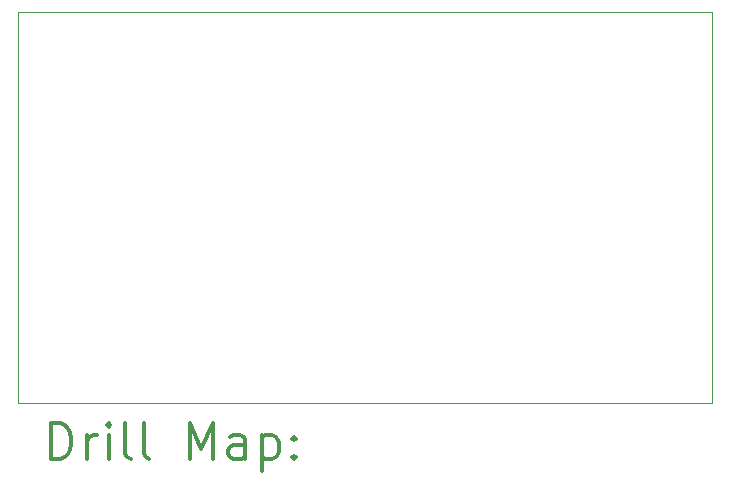
<source format=gbr>
%FSLAX45Y45*%
G04 Gerber Fmt 4.5, Leading zero omitted, Abs format (unit mm)*
G04 Created by KiCad (PCBNEW (5.1.7)-1) date 2020-12-21 03:00:38*
%MOMM*%
%LPD*%
G01*
G04 APERTURE LIST*
%TA.AperFunction,Profile*%
%ADD10C,0.100000*%
%TD*%
%ADD11C,0.200000*%
%ADD12C,0.300000*%
G04 APERTURE END LIST*
D10*
X11438636Y-2024126D02*
X11438636Y-5339334D01*
X5564378Y-2024126D02*
X11438636Y-2024126D01*
X5564378Y-5339334D02*
X5564378Y-2024126D01*
X11438636Y-5339334D02*
X5564378Y-5339334D01*
D11*
D12*
X5845806Y-5810048D02*
X5845806Y-5510048D01*
X5917235Y-5510048D01*
X5960092Y-5524334D01*
X5988664Y-5552906D01*
X6002949Y-5581477D01*
X6017235Y-5638620D01*
X6017235Y-5681477D01*
X6002949Y-5738620D01*
X5988664Y-5767191D01*
X5960092Y-5795763D01*
X5917235Y-5810048D01*
X5845806Y-5810048D01*
X6145806Y-5810048D02*
X6145806Y-5610048D01*
X6145806Y-5667191D02*
X6160092Y-5638620D01*
X6174378Y-5624334D01*
X6202949Y-5610048D01*
X6231521Y-5610048D01*
X6331521Y-5810048D02*
X6331521Y-5610048D01*
X6331521Y-5510048D02*
X6317235Y-5524334D01*
X6331521Y-5538620D01*
X6345806Y-5524334D01*
X6331521Y-5510048D01*
X6331521Y-5538620D01*
X6517235Y-5810048D02*
X6488664Y-5795763D01*
X6474378Y-5767191D01*
X6474378Y-5510048D01*
X6674378Y-5810048D02*
X6645806Y-5795763D01*
X6631521Y-5767191D01*
X6631521Y-5510048D01*
X7017235Y-5810048D02*
X7017235Y-5510048D01*
X7117235Y-5724334D01*
X7217235Y-5510048D01*
X7217235Y-5810048D01*
X7488664Y-5810048D02*
X7488664Y-5652905D01*
X7474378Y-5624334D01*
X7445806Y-5610048D01*
X7388664Y-5610048D01*
X7360092Y-5624334D01*
X7488664Y-5795763D02*
X7460092Y-5810048D01*
X7388664Y-5810048D01*
X7360092Y-5795763D01*
X7345806Y-5767191D01*
X7345806Y-5738620D01*
X7360092Y-5710048D01*
X7388664Y-5695763D01*
X7460092Y-5695763D01*
X7488664Y-5681477D01*
X7631521Y-5610048D02*
X7631521Y-5910048D01*
X7631521Y-5624334D02*
X7660092Y-5610048D01*
X7717235Y-5610048D01*
X7745806Y-5624334D01*
X7760092Y-5638620D01*
X7774378Y-5667191D01*
X7774378Y-5752905D01*
X7760092Y-5781477D01*
X7745806Y-5795763D01*
X7717235Y-5810048D01*
X7660092Y-5810048D01*
X7631521Y-5795763D01*
X7902949Y-5781477D02*
X7917235Y-5795763D01*
X7902949Y-5810048D01*
X7888664Y-5795763D01*
X7902949Y-5781477D01*
X7902949Y-5810048D01*
X7902949Y-5624334D02*
X7917235Y-5638620D01*
X7902949Y-5652905D01*
X7888664Y-5638620D01*
X7902949Y-5624334D01*
X7902949Y-5652905D01*
M02*

</source>
